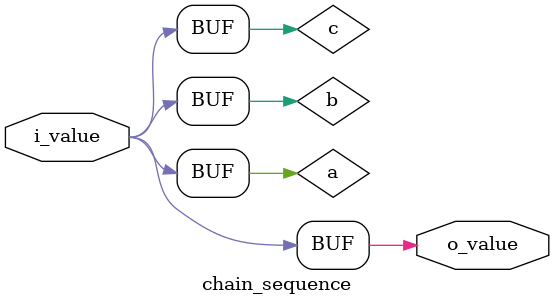
<source format=sv>
module chain_sequence(
  input logic i_value,
  output logic o_value
);

  logic a, b, c, d;

  always_comb begin
    a = i_value;
    b = a;
    c = b;
  end

  assign o_value = c;

endmodule

</source>
